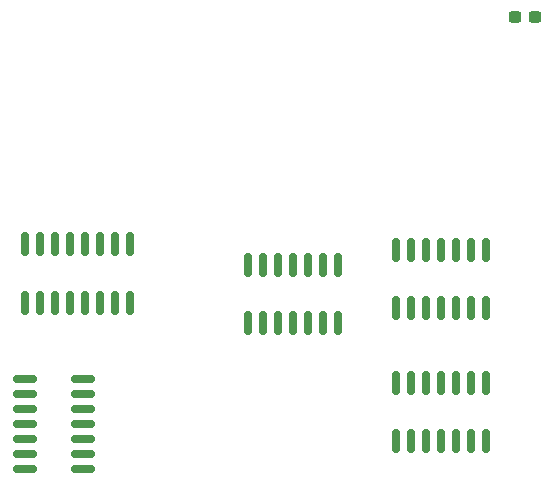
<source format=gbr>
G04 #@! TF.GenerationSoftware,KiCad,Pcbnew,(6.0.2)*
G04 #@! TF.CreationDate,2022-02-19T19:54:12+00:00*
G04 #@! TF.ProjectId,Gameboy 64KB Cart Discrete Logic Fixed Rev2,47616d65-626f-4792-9036-344b42204361,rev?*
G04 #@! TF.SameCoordinates,Original*
G04 #@! TF.FileFunction,Paste,Top*
G04 #@! TF.FilePolarity,Positive*
%FSLAX46Y46*%
G04 Gerber Fmt 4.6, Leading zero omitted, Abs format (unit mm)*
G04 Created by KiCad (PCBNEW (6.0.2)) date 2022-02-19 19:54:12*
%MOMM*%
%LPD*%
G01*
G04 APERTURE LIST*
G04 Aperture macros list*
%AMRoundRect*
0 Rectangle with rounded corners*
0 $1 Rounding radius*
0 $2 $3 $4 $5 $6 $7 $8 $9 X,Y pos of 4 corners*
0 Add a 4 corners polygon primitive as box body*
4,1,4,$2,$3,$4,$5,$6,$7,$8,$9,$2,$3,0*
0 Add four circle primitives for the rounded corners*
1,1,$1+$1,$2,$3*
1,1,$1+$1,$4,$5*
1,1,$1+$1,$6,$7*
1,1,$1+$1,$8,$9*
0 Add four rect primitives between the rounded corners*
20,1,$1+$1,$2,$3,$4,$5,0*
20,1,$1+$1,$4,$5,$6,$7,0*
20,1,$1+$1,$6,$7,$8,$9,0*
20,1,$1+$1,$8,$9,$2,$3,0*%
G04 Aperture macros list end*
%ADD10RoundRect,0.150000X0.825000X0.150000X-0.825000X0.150000X-0.825000X-0.150000X0.825000X-0.150000X0*%
%ADD11RoundRect,0.150000X-0.150000X0.825000X-0.150000X-0.825000X0.150000X-0.825000X0.150000X0.825000X0*%
%ADD12RoundRect,0.150000X0.150000X-0.825000X0.150000X0.825000X-0.150000X0.825000X-0.150000X-0.825000X0*%
%ADD13RoundRect,0.237500X-0.300000X-0.237500X0.300000X-0.237500X0.300000X0.237500X-0.300000X0.237500X0*%
G04 APERTURE END LIST*
D10*
X129475000Y-93560000D03*
X129475000Y-92290000D03*
X129475000Y-91020000D03*
X129475000Y-89750000D03*
X129475000Y-88480000D03*
X129475000Y-87210000D03*
X129475000Y-85940000D03*
X124525000Y-85940000D03*
X124525000Y-87210000D03*
X124525000Y-88480000D03*
X124525000Y-89750000D03*
X124525000Y-91020000D03*
X124525000Y-92290000D03*
X124525000Y-93560000D03*
D11*
X151060000Y-76275000D03*
X149790000Y-76275000D03*
X148520000Y-76275000D03*
X147250000Y-76275000D03*
X145980000Y-76275000D03*
X144710000Y-76275000D03*
X143440000Y-76275000D03*
X143440000Y-81225000D03*
X144710000Y-81225000D03*
X145980000Y-81225000D03*
X147250000Y-81225000D03*
X148520000Y-81225000D03*
X149790000Y-81225000D03*
X151060000Y-81225000D03*
X163560000Y-86275000D03*
X162290000Y-86275000D03*
X161020000Y-86275000D03*
X159750000Y-86275000D03*
X158480000Y-86275000D03*
X157210000Y-86275000D03*
X155940000Y-86275000D03*
X155940000Y-91225000D03*
X157210000Y-91225000D03*
X158480000Y-91225000D03*
X159750000Y-91225000D03*
X161020000Y-91225000D03*
X162290000Y-91225000D03*
X163560000Y-91225000D03*
X133445000Y-74525000D03*
X132175000Y-74525000D03*
X130905000Y-74525000D03*
X129635000Y-74525000D03*
X128365000Y-74525000D03*
X127095000Y-74525000D03*
X125825000Y-74525000D03*
X124555000Y-74525000D03*
X124555000Y-79475000D03*
X125825000Y-79475000D03*
X127095000Y-79475000D03*
X128365000Y-79475000D03*
X129635000Y-79475000D03*
X130905000Y-79475000D03*
X132175000Y-79475000D03*
X133445000Y-79475000D03*
D12*
X155940000Y-79975000D03*
X157210000Y-79975000D03*
X158480000Y-79975000D03*
X159750000Y-79975000D03*
X161020000Y-79975000D03*
X162290000Y-79975000D03*
X163560000Y-79975000D03*
X163560000Y-75025000D03*
X162290000Y-75025000D03*
X161020000Y-75025000D03*
X159750000Y-75025000D03*
X158480000Y-75025000D03*
X157210000Y-75025000D03*
X155940000Y-75025000D03*
D13*
X166037500Y-55300000D03*
X167762500Y-55300000D03*
M02*

</source>
